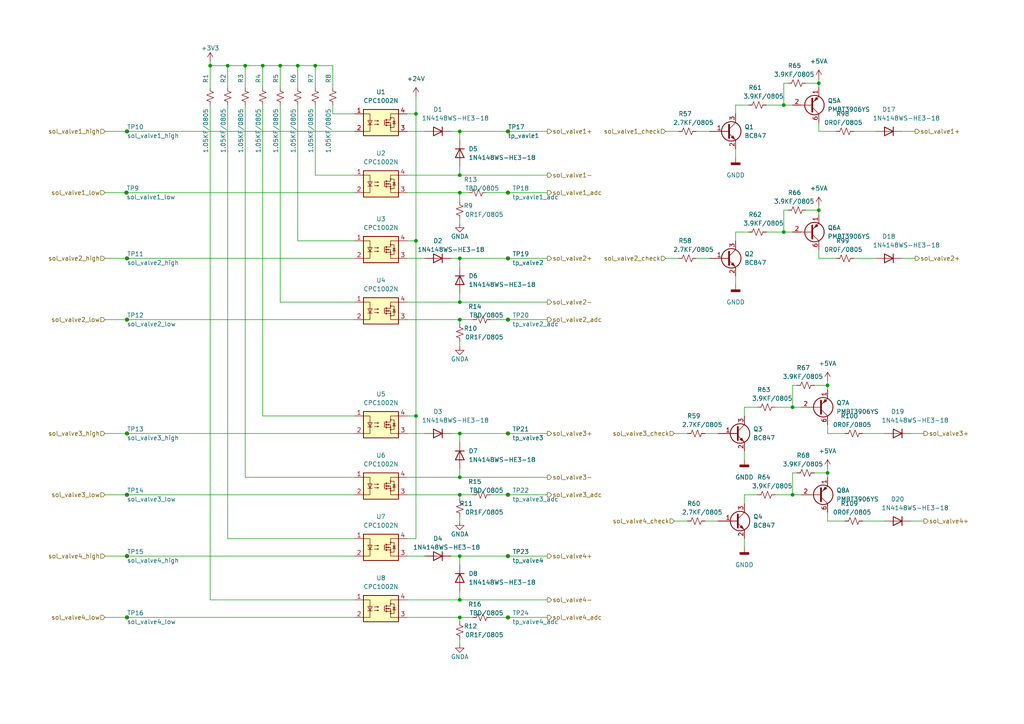
<source format=kicad_sch>
(kicad_sch (version 20211123) (generator eeschema)
  (paper "A4")
  (title_block (title "Valve_Drive_Circuit") (date "2022-07-12") (rev "rev03"))
  (lib_symbols
    (symbol "Connector:TestPoint_Small" (pin_numbers hide) (pin_names (offset 0.762) hide)
      (property "Reference" "TP" (at 0 3.81 0))
      (property "Value" "TestPoint_Small" (at 0 2.032 0))
      (symbol "TestPoint_Small_0_1"
        (circle (center 0 0) (radius 0.508))
      )
      (symbol "TestPoint_Small_1_1"
        (pin passive line (at 0 0 90) (length 0) (name "1") (number "1"))
      )
    )
    (symbol "Device:R_Small_US" (pin_numbers hide) (pin_names (offset 0.254) hide)
      (property "Reference" "R" (at 0.762 0.508 0))
      (property "Value" "R_Small_US" (at 0.762 -1.016 0))
      (symbol "R_Small_US_1_1"
        (polyline (pts (xy 0 0) (xy 1.016 -0.381) (xy 0 -0.762) (xy -1.016 -1.143) (xy 0 -1.524)))
        (polyline (pts (xy 0 1.524) (xy 1.016 1.143) (xy 0 0.762) (xy -1.016 0.381) (xy 0 0)))
        (pin passive line (at 0 2.54 270) (length 1.016) (name "~") (number "1"))
        (pin passive line (at 0 -2.54 90) (length 1.016) (name "~") (number "2"))
      )
    )
    (symbol "Diode:1N4148" (pin_numbers hide) (pin_names (offset 1.016) hide)
      (property "Reference" "D" (at 0 2.54 0))
      (property "Value" "1N4148" (at 0 -2.54 0))
      (symbol "1N4148_0_1"
        (polyline (pts (xy -1.27 1.27) (xy -1.27 -1.27)) (stroke (width 0.254)))
        (polyline (pts (xy 1.27 0) (xy -1.27 0)))
        (polyline (pts (xy 1.27 1.27) (xy 1.27 -1.27) (xy -1.27 0) (xy 1.27 1.27)) (stroke (width 0.254)))
      )
      (symbol "1N4148_1_1"
        (pin passive line (at -3.81 0 0) (length 2.54) (name "K") (number "1"))
        (pin passive line (at 3.81 0 180) (length 2.54) (name "A") (number "2"))
      )
    )
    (symbol "Relay_SolidState:CPC1002N"
      (property "Reference" "U" (at -5.08 5.08 0))
      (property "Value" "CPC1002N" (at 0 5.08 0))
      (symbol "CPC1002N_0_1"
        (rectangle (start -5.08 3.81) (end 5.08 -3.81) (stroke (width 0.254)) (fill (type background)))
        (polyline (pts (xy -3.81 -0.635) (xy -2.54 -0.635)))
        (polyline (pts (xy 1.016 0.762) (xy 1.016 -0.762)) (stroke (width 0.2032)))
        (polyline (pts (xy 1.524 -0.762) (xy 2.794 -0.762)))
        (polyline (pts (xy 3.429 0.381) (xy 4.191 0.381)))
        (polyline (pts (xy 1.524 -0.635) (xy 1.524 -0.889) (xy 1.524 -0.889)) (stroke (width 0.3556)))
        (polyline (pts (xy 1.524 0.127) (xy 1.524 -0.127) (xy 1.524 -0.127)) (stroke (width 0.3556)))
        (polyline (pts (xy 1.524 0.889) (xy 1.524 0.635) (xy 1.524 0.635)) (stroke (width 0.3556)))
        (polyline (pts (xy -5.08 2.54) (xy -3.175 2.54) (xy -3.175 -2.54) (xy -5.08 -2.54)))
        (polyline (pts (xy -3.175 -0.635) (xy -3.81 0.635) (xy -2.54 0.635) (xy -3.175 -0.635)))
        (polyline (pts (xy 1.524 0) (xy 2.794 0) (xy 2.794 -2.54) (xy 5.08 -2.54)))
        (polyline (pts (xy 1.524 0.762) (xy 2.794 0.762) (xy 2.794 2.54) (xy 5.08 2.54)))
        (polyline (pts (xy 1.778 0) (xy 2.286 0.127) (xy 2.286 -0.127) (xy 1.778 0)))
        (polyline (pts (xy 2.794 -1.397) (xy 3.81 -1.397) (xy 3.81 1.397) (xy 2.794 1.397)))
        (polyline (pts (xy 3.81 0.381) (xy 3.429 -0.381) (xy 4.191 -0.381) (xy 3.81 0.381)))
        (polyline (pts (xy -1.905 -0.508) (xy -0.635 -0.508) (xy -1.016 -0.635) (xy -1.016 -0.381) (xy -0.635 -0.508)))
        (polyline (pts (xy -1.905 0.508) (xy -0.635 0.508) (xy -1.016 0.381) (xy -1.016 0.635) (xy -0.635 0.508)))
        (circle (center 2.794 -1.397) (radius 0.127))
        (circle (center 2.794 -0.762) (radius 0.127))
        (circle (center 2.794 1.397) (radius 0.127))
      )
      (symbol "CPC1002N_1_1"
        (pin passive line (at -7.62 2.54 0) (length 2.54) (name "~") (number "1"))
        (pin passive line (at -7.62 -2.54 0) (length 2.54) (name "~") (number "2"))
        (pin passive line (at 7.62 -2.54 180) (length 2.54) (name "~") (number "3"))
        (pin passive line (at 7.62 2.54 180) (length 2.54) (name "~") (number "4"))
      )
    )
    (symbol "Transistor_BJT:BC847" (pin_names (offset 0) hide)
      (property "Reference" "Q" (at 5.08 1.905 0))
      (property "Value" "BC847" (at 5.08 0 0))
      (symbol "BC847_0_1"
        (polyline (pts (xy 0.635 0.635) (xy 2.54 2.54)))
        (polyline (pts (xy 0.635 -0.635) (xy 2.54 -2.54) (xy 2.54 -2.54)))
        (polyline (pts (xy 0.635 1.905) (xy 0.635 -1.905) (xy 0.635 -1.905)) (stroke (width 0.508)))
        (polyline (pts (xy 1.27 -1.778) (xy 1.778 -1.27) (xy 2.286 -2.286) (xy 1.27 -1.778) (xy 1.27 -1.778)) (fill (type outline)))
        (circle (center 1.27 0) (radius 2.8194) (stroke (width 0.254)))
      )
      (symbol "BC847_1_1"
        (pin input line (at -5.08 0 0) (length 5.715) (name "B") (number "1"))
        (pin passive line (at 2.54 -5.08 90) (length 2.54) (name "E") (number "2"))
        (pin passive line (at 2.54 5.08 270) (length 2.54) (name "C") (number "3"))
      )
    )
    (symbol "Transistor_BJT:PMBT3906YS" (pin_names (offset 0) hide)
      (property "Reference" "Q" (at 5.08 1.27 0))
      (property "Value" "PMBT3906YS" (at 5.08 -1.27 0))
      (symbol "PMBT3906YS_0_1"
        (polyline (pts (xy 0.635 0) (xy -2.54 0)))
        (polyline (pts (xy 0.635 0.635) (xy 2.54 2.54)))
        (polyline (pts (xy 0.635 -0.635) (xy 2.54 -2.54) (xy 2.54 -2.54)))
        (polyline (pts (xy 0.635 1.905) (xy 0.635 -1.905) (xy 0.635 -1.905)) (stroke (width 0.508)))
        (polyline (pts (xy 2.286 -1.778) (xy 1.778 -2.286) (xy 1.27 -1.27) (xy 2.286 -1.778) (xy 2.286 -1.778)) (fill (type outline)))
        (circle (center 1.27 0) (radius 2.8194) (stroke (width 0.254)))
      )
      (symbol "PMBT3906YS_1_1"
        (pin passive line (at 2.54 -5.08 90) (length 2.54) (name "E1") (number "1"))
        (pin input line (at -5.08 0 0) (length 2.54) (name "B1") (number "2"))
        (pin passive line (at 2.54 5.08 270) (length 2.54) (name "C1") (number "6"))
      )
      (symbol "PMBT3906YS_2_1"
        (pin passive line (at 2.54 5.08 270) (length 2.54) (name "C2") (number "3"))
        (pin passive line (at 2.54 -5.08 90) (length 2.54) (name "E2") (number "4"))
        (pin input line (at -5.08 0 0) (length 2.54) (name "B2") (number "5"))
      )
    )
    (symbol "power:+24V" (power) (pin_names (offset 0))
      (property "Value" "+24V" (at 0 3.556 0))
      (symbol "+24V_0_1"
        (polyline (pts (xy -0.762 1.27) (xy 0 2.54)))
        (polyline (pts (xy 0 0) (xy 0 2.54)))
        (polyline (pts (xy 0 2.54) (xy 0.762 1.27)))
      )
      (symbol "+24V_1_1"
        (pin power_in line (at 0 0 90) (length 0) hide (name "+24V") (number "1"))
      )
    )
    (symbol "power:+3V3" (power) (pin_names (offset 0))
      (property "Value" "+3V3" (at 0 3.556 0))
      (symbol "+3V3_0_1"
        (polyline (pts (xy -0.762 1.27) (xy 0 2.54)))
        (polyline (pts (xy 0 0) (xy 0 2.54)))
        (polyline (pts (xy 0 2.54) (xy 0.762 1.27)))
      )
      (symbol "+3V3_1_1"
        (pin power_in line (at 0 0 90) (length 0) hide (name "+3V3") (number "1"))
      )
    )
    (symbol "power:+5VA" (power) (pin_names (offset 0))
      (property "Value" "+5VA" (at 0 3.556 0))
      (symbol "+5VA_0_1"
        (polyline (pts (xy -0.762 1.27) (xy 0 2.54)))
        (polyline (pts (xy 0 0) (xy 0 2.54)))
        (polyline (pts (xy 0 2.54) (xy 0.762 1.27)))
      )
      (symbol "+5VA_1_1"
        (pin power_in line (at 0 0 90) (length 0) hide (name "+5VA") (number "1"))
      )
    )
    (symbol "power:GNDA" (power) (pin_names (offset 0))
      (property "Value" "GNDA" (at 0 -3.81 0))
      (symbol "GNDA_0_1"
        (polyline (pts (xy 0 0) (xy 0 -1.27) (xy 1.27 -1.27) (xy 0 -2.54) (xy -1.27 -1.27) (xy 0 -1.27)))
      )
      (symbol "GNDA_1_1"
        (pin power_in line (at 0 0 270) (length 0) hide (name "GNDA") (number "1"))
      )
    )
    (symbol "power:GNDD" (power) (pin_names (offset 0))
      (property "Value" "GNDD" (at 0 -3.175 0))
      (symbol "GNDD_0_1"
        (rectangle (start -1.27 -1.524) (end 1.27 -2.032) (stroke (width 0.254)) (fill (type outline)))
        (polyline (pts (xy 0 0) (xy 0 -1.524)))
      )
      (symbol "GNDD_1_1"
        (pin power_in line (at 0 0 270) (length 0) hide (name "GNDD") (number "1"))
      )
    )
  )
  (junction (at 133.35 125.73))
  (junction (at 133.35 92.71))
  (junction (at 147.32 143.51))
  (junction (at 147.32 125.73))
  (junction (at 133.35 50.8))
  (junction (at 36.83 179.07))
  (junction (at 237.49 60.96))
  (junction (at 227.33 67.31))
  (junction (at 147.32 161.29))
  (junction (at 229.87 143.51))
  (junction (at 81.28 19.05))
  (junction (at 60.96 19.05))
  (junction (at 71.12 19.05))
  (junction (at 237.49 24.13))
  (junction (at 147.32 92.71))
  (junction (at 120.65 69.85))
  (junction (at 133.35 138.43))
  (junction (at 36.83 125.73))
  (junction (at 240.03 111.76))
  (junction (at 36.83 92.71))
  (junction (at 133.35 173.99))
  (junction (at 120.65 120.65))
  (junction (at 66.04 19.05))
  (junction (at 36.83 74.93))
  (junction (at 229.87 118.11))
  (junction (at 147.32 55.88))
  (junction (at 36.83 38.1))
  (junction (at 133.35 143.51))
  (junction (at 120.65 33.02))
  (junction (at 86.36 19.05))
  (junction (at 36.83 143.51))
  (junction (at 133.35 55.88))
  (junction (at 240.03 137.16))
  (junction (at 133.35 161.29))
  (junction (at 133.35 38.1))
  (junction (at 133.35 179.07))
  (junction (at 133.35 74.93))
  (junction (at 147.32 38.1))
  (junction (at 147.32 179.07))
  (junction (at 36.83 161.29))
  (junction (at 227.33 30.48))
  (junction (at 36.6683 55.88))
  (junction (at 91.44 19.05))
  (junction (at 76.2 19.05))
  (junction (at 147.32 74.93))
  (junction (at 133.35 87.63))
  (wire (pts (xy 118.11 138.43) (xy 133.35 138.43)))
  (wire (pts (xy 213.36 30.48) (xy 217.17 30.48)))
  (wire (pts (xy 133.35 143.51) (xy 137.16 143.51)))
  (wire (pts (xy 36.6683 55.88) (xy 102.87 55.88)))
  (wire (pts (xy 222.25 67.31) (xy 227.33 67.31)))
  (wire (pts (xy 96.52 30.48) (xy 96.52 33.02)))
  (wire (pts (xy 215.9 143.51) (xy 215.9 146.05)))
  (wire (pts (xy 60.96 19.05) (xy 60.96 25.4)))
  (wire (pts (xy 118.11 55.88) (xy 133.35 55.88)))
  (wire (pts (xy 215.9 143.51) (xy 219.71 143.51)))
  (wire (pts (xy 264.16 125.73) (xy 267.97 125.73)))
  (wire (pts (xy 76.2 120.65) (xy 102.87 120.65)))
  (wire (pts (xy 231.14 111.76) (xy 229.87 111.76)))
  (wire (pts (xy 233.68 24.13) (xy 237.49 24.13)))
  (wire (pts (xy 229.87 118.11) (xy 232.41 118.11)))
  (wire (pts (xy 227.33 30.48) (xy 229.87 30.48)))
  (wire (pts (xy 133.35 55.88) (xy 133.35 58.42)))
  (wire (pts (xy 147.32 125.73) (xy 158.75 125.73)))
  (wire (pts (xy 193.04 38.1) (xy 196.85 38.1)))
  (wire (pts (xy 195.58 151.13) (xy 199.39 151.13)))
  (wire (pts (xy 147.32 92.71) (xy 158.75 92.71)))
  (wire (pts (xy 261.62 38.1) (xy 265.43 38.1)))
  (wire (pts (xy 130.81 125.73) (xy 133.35 125.73)))
  (wire (pts (xy 118.11 125.73) (xy 123.19 125.73)))
  (wire (pts (xy 147.32 55.88) (xy 158.75 55.88)))
  (wire (pts (xy 133.35 144.78) (xy 133.35 143.51)))
  (wire (pts (xy 240.03 111.76) (xy 240.03 113.03)))
  (wire (pts (xy 76.2 19.05) (xy 76.2 25.4)))
  (wire (pts (xy 133.35 85.09) (xy 133.35 87.63)))
  (wire (pts (xy 201.93 38.1) (xy 205.74 38.1)))
  (wire (pts (xy 91.44 50.8) (xy 102.87 50.8)))
  (wire (pts (xy 204.47 125.73) (xy 208.28 125.73)))
  (wire (pts (xy 130.81 74.93) (xy 133.35 74.93)))
  (wire (pts (xy 215.9 130.81) (xy 215.9 133.35)))
  (wire (pts (xy 237.49 72.39) (xy 237.49 74.93)))
  (wire (pts (xy 227.33 67.31) (xy 229.87 67.31)))
  (wire (pts (xy 250.19 125.73) (xy 256.54 125.73)))
  (wire (pts (xy 215.9 118.11) (xy 215.9 120.65)))
  (wire (pts (xy 81.28 19.05) (xy 86.36 19.05)))
  (wire (pts (xy 240.03 123.19) (xy 240.03 125.73)))
  (wire (pts (xy 236.22 137.16) (xy 240.03 137.16)))
  (wire (pts (xy 147.32 161.29) (xy 158.75 161.29)))
  (wire (pts (xy 76.2 19.05) (xy 81.28 19.05)))
  (wire (pts (xy 118.11 161.29) (xy 123.19 161.29)))
  (wire (pts (xy 247.65 38.1) (xy 254 38.1)))
  (wire (pts (xy 30.48 179.07) (xy 36.83 179.07)))
  (wire (pts (xy 240.03 135.89) (xy 240.03 137.16)))
  (wire (pts (xy 147.32 38.1) (xy 158.75 38.1)))
  (wire (pts (xy 120.65 120.65) (xy 120.65 156.21)))
  (wire (pts (xy 133.35 173.99) (xy 158.75 173.99)))
  (wire (pts (xy 36.83 92.71) (xy 102.87 92.71)))
  (wire (pts (xy 195.58 125.73) (xy 199.39 125.73)))
  (wire (pts (xy 120.65 33.02) (xy 118.11 33.02)))
  (wire (pts (xy 96.52 33.02) (xy 102.87 33.02)))
  (wire (pts (xy 36.83 161.29) (xy 102.87 161.29)))
  (wire (pts (xy 86.36 30.48) (xy 86.36 69.85)))
  (wire (pts (xy 130.81 38.1) (xy 133.35 38.1)))
  (wire (pts (xy 133.35 63.5) (xy 133.35 64.77)))
  (wire (pts (xy 215.9 118.11) (xy 219.71 118.11)))
  (wire (pts (xy 30.48 143.51) (xy 36.83 143.51)))
  (wire (pts (xy 118.11 74.93) (xy 123.19 74.93)))
  (wire (pts (xy 133.35 74.93) (xy 133.35 77.47)))
  (wire (pts (xy 133.35 161.29) (xy 147.32 161.29)))
  (wire (pts (xy 133.35 138.43) (xy 158.75 138.43)))
  (wire (pts (xy 66.04 30.48) (xy 66.04 156.21)))
  (wire (pts (xy 229.87 111.76) (xy 229.87 118.11)))
  (wire (pts (xy 240.03 110.49) (xy 240.03 111.76)))
  (wire (pts (xy 240.03 137.16) (xy 240.03 138.43)))
  (wire (pts (xy 133.35 50.8) (xy 158.75 50.8)))
  (wire (pts (xy 193.04 74.93) (xy 196.85 74.93)))
  (wire (pts (xy 36.83 38.1) (xy 102.87 38.1)))
  (wire (pts (xy 222.25 30.48) (xy 227.33 30.48)))
  (wire (pts (xy 133.35 135.89) (xy 133.35 138.43)))
  (wire (pts (xy 66.04 19.05) (xy 66.04 25.4)))
  (wire (pts (xy 261.62 74.93) (xy 265.43 74.93)))
  (wire (pts (xy 147.32 74.93) (xy 158.75 74.93)))
  (wire (pts (xy 91.44 19.05) (xy 91.44 25.4)))
  (wire (pts (xy 120.65 27.94) (xy 120.65 33.02)))
  (wire (pts (xy 130.81 161.29) (xy 133.35 161.29)))
  (wire (pts (xy 118.11 156.21) (xy 120.65 156.21)))
  (wire (pts (xy 133.35 99.06) (xy 133.35 100.33)))
  (wire (pts (xy 213.36 67.31) (xy 213.36 69.85)))
  (wire (pts (xy 60.96 17.78) (xy 60.96 19.05)))
  (wire (pts (xy 76.2 30.48) (xy 76.2 120.65)))
  (wire (pts (xy 71.12 19.05) (xy 76.2 19.05)))
  (wire (pts (xy 30.48 125.73) (xy 36.83 125.73)))
  (wire (pts (xy 60.96 19.05) (xy 66.04 19.05)))
  (wire (pts (xy 237.49 74.93) (xy 242.57 74.93)))
  (wire (pts (xy 133.35 171.45) (xy 133.35 173.99)))
  (wire (pts (xy 71.12 19.05) (xy 71.12 25.4)))
  (wire (pts (xy 133.35 38.1) (xy 147.32 38.1)))
  (wire (pts (xy 118.11 50.8) (xy 133.35 50.8)))
  (wire (pts (xy 66.04 156.21) (xy 102.87 156.21)))
  (wire (pts (xy 240.03 148.59) (xy 240.03 151.13)))
  (wire (pts (xy 86.36 19.05) (xy 86.36 25.4)))
  (wire (pts (xy 142.24 179.07) (xy 147.32 179.07)))
  (wire (pts (xy 142.24 92.71) (xy 147.32 92.71)))
  (wire (pts (xy 118.11 92.71) (xy 133.35 92.71)))
  (wire (pts (xy 237.49 38.1) (xy 242.57 38.1)))
  (wire (pts (xy 237.49 59.69) (xy 237.49 60.96)))
  (wire (pts (xy 60.96 30.48) (xy 60.96 173.99)))
  (wire (pts (xy 81.28 19.05) (xy 81.28 25.4)))
  (wire (pts (xy 118.11 179.07) (xy 133.35 179.07)))
  (wire (pts (xy 215.9 156.21) (xy 215.9 158.75)))
  (wire (pts (xy 36.83 143.51) (xy 102.87 143.51)))
  (wire (pts (xy 133.35 149.86) (xy 133.35 151.13)))
  (wire (pts (xy 228.6 60.96) (xy 227.33 60.96)))
  (wire (pts (xy 201.93 74.93) (xy 205.74 74.93)))
  (wire (pts (xy 237.49 24.13) (xy 237.49 25.4)))
  (wire (pts (xy 36.83 125.73) (xy 102.87 125.73)))
  (wire (pts (xy 118.11 143.51) (xy 133.35 143.51)))
  (wire (pts (xy 213.36 67.31) (xy 217.17 67.31)))
  (wire (pts (xy 213.36 43.18) (xy 213.36 45.72)))
  (wire (pts (xy 147.32 179.07) (xy 158.75 179.07)))
  (wire (pts (xy 71.12 138.43) (xy 102.87 138.43)))
  (wire (pts (xy 133.35 179.07) (xy 137.16 179.07)))
  (wire (pts (xy 81.28 87.63) (xy 102.87 87.63)))
  (wire (pts (xy 133.35 55.88) (xy 135.89 55.88)))
  (wire (pts (xy 86.36 69.85) (xy 102.87 69.85)))
  (wire (pts (xy 66.04 19.05) (xy 71.12 19.05)))
  (wire (pts (xy 133.35 92.71) (xy 137.16 92.71)))
  (wire (pts (xy 133.35 93.98) (xy 133.35 92.71)))
  (wire (pts (xy 96.52 19.05) (xy 96.52 25.4)))
  (wire (pts (xy 133.35 185.42) (xy 133.35 186.69)))
  (wire (pts (xy 91.44 19.05) (xy 96.52 19.05)))
  (wire (pts (xy 142.24 143.51) (xy 147.32 143.51)))
  (wire (pts (xy 36.83 74.93) (xy 102.87 74.93)))
  (wire (pts (xy 81.28 30.48) (xy 81.28 87.63)))
  (wire (pts (xy 224.79 118.11) (xy 229.87 118.11)))
  (wire (pts (xy 30.48 92.71) (xy 36.83 92.71)))
  (wire (pts (xy 213.36 80.01) (xy 213.36 82.55)))
  (wire (pts (xy 133.35 180.34) (xy 133.35 179.07)))
  (wire (pts (xy 229.87 137.16) (xy 229.87 143.51)))
  (wire (pts (xy 247.65 74.93) (xy 254 74.93)))
  (wire (pts (xy 237.49 22.86) (xy 237.49 24.13)))
  (wire (pts (xy 91.44 30.48) (xy 91.44 50.8)))
  (wire (pts (xy 71.12 30.48) (xy 71.12 138.43)))
  (wire (pts (xy 133.35 161.29) (xy 133.35 163.83)))
  (wire (pts (xy 133.35 38.1) (xy 133.35 40.64)))
  (wire (pts (xy 30.48 161.29) (xy 36.83 161.29)))
  (wire (pts (xy 30.48 38.1) (xy 36.83 38.1)))
  (wire (pts (xy 120.65 33.02) (xy 120.65 69.85)))
  (wire (pts (xy 213.36 30.48) (xy 213.36 33.02)))
  (wire (pts (xy 237.49 60.96) (xy 237.49 62.23)))
  (wire (pts (xy 204.47 151.13) (xy 208.28 151.13)))
  (wire (pts (xy 30.48 55.88) (xy 36.6683 55.88)))
  (wire (pts (xy 240.03 151.13) (xy 245.11 151.13)))
  (wire (pts (xy 147.32 143.51) (xy 158.75 143.51)))
  (wire (pts (xy 236.22 111.76) (xy 240.03 111.76)))
  (wire (pts (xy 233.68 60.96) (xy 237.49 60.96)))
  (wire (pts (xy 133.35 125.73) (xy 147.32 125.73)))
  (wire (pts (xy 228.6 24.13) (xy 227.33 24.13)))
  (wire (pts (xy 264.16 151.13) (xy 267.97 151.13)))
  (wire (pts (xy 224.79 143.51) (xy 229.87 143.51)))
  (wire (pts (xy 240.03 125.73) (xy 245.11 125.73)))
  (wire (pts (xy 120.65 69.85) (xy 120.65 120.65)))
  (wire (pts (xy 30.48 74.93) (xy 36.83 74.93)))
  (wire (pts (xy 60.96 173.99) (xy 102.87 173.99)))
  (wire (pts (xy 36.83 179.07) (xy 102.87 179.07)))
  (wire (pts (xy 133.35 87.63) (xy 158.75 87.63)))
  (wire (pts (xy 118.11 69.85) (xy 120.65 69.85)))
  (wire (pts (xy 227.33 60.96) (xy 227.33 67.31)))
  (wire (pts (xy 118.11 173.99) (xy 133.35 173.99)))
  (wire (pts (xy 133.35 125.73) (xy 133.35 128.27)))
  (wire (pts (xy 237.49 35.56) (xy 237.49 38.1)))
  (wire (pts (xy 118.11 120.65) (xy 120.65 120.65)))
  (wire (pts (xy 140.97 55.88) (xy 147.32 55.88)))
  (wire (pts (xy 133.35 48.26) (xy 133.35 50.8)))
  (wire (pts (xy 118.11 38.1) (xy 123.19 38.1)))
  (wire (pts (xy 231.14 137.16) (xy 229.87 137.16)))
  (wire (pts (xy 250.19 151.13) (xy 256.54 151.13)))
  (wire (pts (xy 133.35 74.93) (xy 147.32 74.93)))
  (wire (pts (xy 86.36 19.05) (xy 91.44 19.05)))
  (wire (pts (xy 118.11 87.63) (xy 133.35 87.63)))
  (wire (pts (xy 229.87 143.51) (xy 232.41 143.51)))
  (wire (pts (xy 227.33 24.13) (xy 227.33 30.48)))
  (text "* Log\n1. SOLENOID VALVE\n(1) Current : 64.39mA ~ 83.33mA(normal : 70.83mA)\n(2) Voltage : 20.4V ~ 26.4V(normal : 24VDC)\n(3) Resistance : 330ohm(measured value)\n\n2. CPC1002N\n(1) R(on) : 0.55ohm\n(2) Load Current : 700mA\n(3) Load Voltage : 60V\n(4) VF : 0.9V ~ 1.4V\n(5) IF : 0.58mA ~ 2mA\n\n3. D1~D4\n(1) VF : 1V ~ 1.2V(1.1V)" (at 300.99 38.1 0) (effects (font (size 1.27 1.27)) (justify left bottom)))
  (hierarchical_label "sol_valve4+" (shape output) (at 267.97 151.13 0))
  (hierarchical_label "sol_valve4_low" (shape input) (at 30.48 179.07 180))
  (hierarchical_label "sol_valve1_check" (shape input) (at 193.04 38.1 180))
  (hierarchical_label "sol_valve2_check" (shape input) (at 193.04 74.93 180))
  (hierarchical_label "sol_valve4_adc" (shape output) (at 158.75 179.07 0))
  (hierarchical_label "sol_valve3+" (shape output) (at 158.75 125.73 0))
  (hierarchical_label "sol_valve3_low" (shape input) (at 30.48 143.51 180))
  (hierarchical_label "sol_valve2+" (shape output) (at 158.75 74.93 0))
  (hierarchical_label "sol_valve3_high" (shape input) (at 30.48 125.73 180))
  (hierarchical_label "sol_valve1_adc" (shape output) (at 158.75 55.88 0))
  (hierarchical_label "sol_valve3-" (shape output) (at 158.75 138.43 0))
  (hierarchical_label "sol_valve1_high" (shape input) (at 30.48 38.1 180))
  (hierarchical_label "sol_valve3_adc" (shape output) (at 158.75 143.51 0))
  (hierarchical_label "sol_valve3_check" (shape input) (at 195.58 125.73 180))
  (hierarchical_label "sol_valve3+" (shape output) (at 267.97 125.73 0))
  (hierarchical_label "sol_valve1-" (shape output) (at 158.75 50.8 0))
  (hierarchical_label "sol_valve2+" (shape output) (at 265.43 74.93 0))
  (hierarchical_label "sol_valve1_low" (shape input) (at 30.48 55.88 180))
  (hierarchical_label "sol_valve4_check" (shape input) (at 195.58 151.13 180))
  (hierarchical_label "sol_valve2_adc" (shape output) (at 158.75 92.71 0))
  (hierarchical_label "sol_valve1+" (shape output) (at 158.75 38.1 0))
  (hierarchical_label "sol_valve2_high" (shape input) (at 30.48 74.93 180))
  (hierarchical_label "sol_valve2_low" (shape input) (at 30.48 92.71 180))
  (hierarchical_label "sol_valve1+" (shape output) (at 265.43 38.1 0))
  (hierarchical_label "sol_valve4-" (shape output) (at 158.75 173.99 0))
  (hierarchical_label "sol_valve4_high" (shape input) (at 30.48 161.29 180))
  (hierarchical_label "sol_valve4+" (shape output) (at 158.75 161.29 0))
  (hierarchical_label "sol_valve2-" (shape output) (at 158.75 87.63 0))
  (symbol (lib_id "power:GNDA") (at 133.35 151.13 0) (unit 1)
    (property "Reference" "#PWR015" (effects hide))
    (property "Value" "GNDA" (at 133.35 154.94 0))
  )
  (symbol (lib_id "Connector:TestPoint_Small") (at 147.32 143.51 0) (unit 1)
    (property "Reference" "TP22" (at 148.59 142.2399 0) (effects (justify left)))
    (property "Value" "tp_valve3_adc" (at 148.59 144.7799 0) (effects (justify left)))
    (property "Footprint" "TestPoint:TestPoint_Pad_D2.5mm" (effects hide))
  )
  (symbol (lib_id "Diode:1N4148") (at 133.35 167.64 270) (unit 1)
    (property "Reference" "D8" (at 135.89 166.3699 90) (effects (justify left)))
    (property "Value" "1N4148WS-HE3-18" (at 135.89 168.9099 90) (effects (justify left)))
    (property "Footprint" "Diode_THT:D_DO-35_SOD27_P7.62mm_Horizontal" (effects hide))
    (property "Datasheet" "https://assets.nexperia.com/documents/data-sheet/1N4148_1N4448.pdf" (effects hide))
  )
  (symbol (lib_id "Diode:1N4148") (at 133.35 81.28 270) (unit 1)
    (property "Reference" "D6" (at 135.89 80.0099 90) (effects (justify left)))
    (property "Value" "1N4148WS-HE3-18" (at 135.89 82.5499 90) (effects (justify left)))
    (property "Footprint" "Diode_THT:D_DO-35_SOD27_P7.62mm_Horizontal" (effects hide))
    (property "Datasheet" "https://assets.nexperia.com/documents/data-sheet/1N4148_1N4448.pdf" (effects hide))
  )
  (symbol (lib_id "Diode:1N4148") (at 133.35 44.45 270) (unit 1)
    (property "Reference" "D5" (at 135.89 43.1799 90) (effects (justify left)))
    (property "Value" "1N4148WS-HE3-18" (at 135.89 45.7199 90) (effects (justify left)))
    (property "Footprint" "Diode_THT:D_DO-35_SOD27_P7.62mm_Horizontal" (effects hide))
    (property "Datasheet" "https://assets.nexperia.com/documents/data-sheet/1N4148_1N4448.pdf" (effects hide))
  )
  (symbol (lib_id "Diode:1N4148") (at 127 74.93 180) (unit 1)
    (property "Reference" "D2" (at 127 69.85 0))
    (property "Value" "1N4148WS-HE3-18" (at 130.81 72.39 0))
    (property "Footprint" "Diode_THT:D_DO-35_SOD27_P7.62mm_Horizontal" (effects hide))
    (property "Datasheet" "https://assets.nexperia.com/documents/data-sheet/1N4148_1N4448.pdf" (effects hide))
  )
  (symbol (lib_id "Relay_SolidState:CPC1002N") (at 110.49 35.56 0) (unit 1)
    (property "Reference" "U1" (at 110.49 26.67 0))
    (property "Value" "CPC1002N" (at 110.49 29.21 0))
    (property "Footprint" "Package_SO:SOP-4_3.8x4.1mm_P2.54mm" (effects hide))
    (property "Datasheet" "http://www.ixysic.com/home/pdfs.nsf/www/CPC1002N.pdf/$file/CPC1002N.pdf" (effects hide))
  )
  (symbol (lib_id "Connector:TestPoint_Small") (at 36.83 143.51 0) (unit 1)
    (property "Reference" "TP14" (at 36.83 142.24 0) (effects (justify left)))
    (property "Value" "sol_valve3_low" (at 36.83 144.78 0) (effects (justify left)))
    (property "Reference" "TP?" (effects hide))
    (property "Value" "tp_vavle1" (effects hide))
    (property "Footprint" "TestPoint:TestPoint_Pad_D2.5mm" (effects hide))
  )
  (symbol (lib_id "Device:R_Small_US") (at 133.35 182.88 0) (unit 1)
    (property "Reference" "R12" (at 138.43 181.61 0) (effects (justify right)))
    (property "Value" "0R1F/0805" (at 146.05 184.15 0) (effects (justify right)))
    (property "P/N" "LR2512-22R010F4" (effects hide))
  )
  (symbol (lib_id "Diode:1N4148") (at 127 125.73 180) (unit 1)
    (property "Reference" "D3" (at 127 119.38 0))
    (property "Value" "1N4148WS-HE3-18" (at 132.08 121.92 0))
    (property "Footprint" "Diode_THT:D_DO-35_SOD27_P7.62mm_Horizontal" (effects hide))
    (property "Datasheet" "https://assets.nexperia.com/documents/data-sheet/1N4148_1N4448.pdf" (effects hide))
  )
  (symbol (lib_id "Diode:1N4148") (at 133.35 132.08 270) (unit 1)
    (property "Reference" "D7" (at 135.89 130.8099 90) (effects (justify left)))
    (property "Value" "1N4148WS-HE3-18" (at 135.89 133.3499 90) (effects (justify left)))
    (property "Footprint" "Diode_THT:D_DO-35_SOD27_P7.62mm_Horizontal" (effects hide))
    (property "Datasheet" "https://assets.nexperia.com/documents/data-sheet/1N4148_1N4448.pdf" (effects hide))
  )
  (symbol (lib_id "Device:R_Small_US") (at 139.7 179.07 270) (unit 1)
    (property "Reference" "R16" (at 139.7 175.26 90) (effects (justify right)))
    (property "Value" "TBD/0805" (at 146.05 177.8 90) (effects (justify right)))
  )
  (symbol (lib_id "power:GNDD") (at 213.36 45.72 0) (unit 1)
    (property "Reference" "#PWR017" (effects hide))
    (property "Value" "GNDD" (at 213.36 50.8 0))
  )
  (symbol (lib_id "power:GNDD") (at 213.36 82.55 0) (unit 1)
    (property "Reference" "#PWR018" (effects hide))
    (property "Value" "GNDD" (at 213.36 87.63 0))
  )
  (symbol (lib_id "power:+3V3") (at 60.96 17.78 0) (unit 1)
    (property "Reference" "#PWR011" (effects hide))
    (property "Value" "+3V3" (at 60.96 13.97 0))
  )
  (symbol (lib_id "Device:R_Small_US") (at 222.25 118.11 270) (unit 1)
    (property "Reference" "R63" (at 223.52 113.03 90) (effects (justify right)))
    (property "Value" "3.9KF/0805" (at 229.87 115.57 90) (effects (justify right)))
  )
  (symbol (lib_id "Transistor_BJT:BC847") (at 210.82 74.93 0) (unit 1)
    (property "Reference" "Q2" (at 215.9 73.6599 0) (effects (justify left)))
    (property "Value" "BC847" (at 215.9 76.1999 0) (effects (justify left)))
    (property "Footprint" "Package_TO_SOT_SMD:SOT-23" (effects hide))
    (property "Datasheet" "http://www.infineon.com/dgdl/Infineon-BC847SERIES_BC848SERIES_BC849SERIES_BC850SERIES-DS-v01_01-en.pdf?fileId=db3a304314dca389011541d4630a1657" (effects hide))
  )
  (symbol (lib_id "Connector:TestPoint_Small") (at 36.83 179.07 0) (unit 1)
    (property "Reference" "TP16" (at 36.83 177.8 0) (effects (justify left)))
    (property "Value" "sol_valve4_low" (at 36.83 180.34 0) (effects (justify left)))
    (property "Reference" "TP?" (effects hide))
    (property "Value" "tp_vavle1" (effects hide))
    (property "Footprint" "TestPoint:TestPoint_Pad_D2.5mm" (effects hide))
  )
  (symbol (lib_id "Transistor_BJT:BC847") (at 213.36 125.73 0) (unit 1)
    (property "Reference" "Q3" (at 218.44 124.4599 0) (effects (justify left)))
    (property "Value" "BC847" (at 218.44 126.9999 0) (effects (justify left)))
    (property "Footprint" "Package_TO_SOT_SMD:SOT-23" (effects hide))
    (property "Datasheet" "http://www.infineon.com/dgdl/Infineon-BC847SERIES_BC848SERIES_BC849SERIES_BC850SERIES-DS-v01_01-en.pdf?fileId=db3a304314dca389011541d4630a1657" (effects hide))
  )
  (symbol (lib_id "power:GNDA") (at 133.35 64.77 0) (unit 1)
    (property "Reference" "#PWR013" (effects hide))
    (property "Value" "GNDA" (at 133.35 68.58 0))
  )
  (symbol (lib_id "power:GNDD") (at 215.9 133.35 0) (unit 1)
    (property "Reference" "#PWR019" (effects hide))
    (property "Value" "GNDD" (at 215.9 138.43 0))
  )
  (symbol (lib_id "Device:R_Small_US") (at 245.11 38.1 270) (unit 1)
    (property "Reference" "R98" (at 246.38 33.02 90) (effects (justify right)))
    (property "Value" "0R0F/0805" (at 250.19 35.56 90) (effects (justify right)))
  )
  (symbol (lib_id "Device:R_Small_US") (at 81.28 27.94 180) (unit 1)
    (property "Reference" "R5" (at 80.01 24.13 90) (effects (justify right)))
    (property "Value" "1.05KF/0805" (at 80.01 44.45 90) (effects (justify right)))
  )
  (symbol (lib_id "Device:R_Small_US") (at 247.65 125.73 270) (unit 1)
    (property "Reference" "R100" (at 248.92 120.65 90) (effects (justify right)))
    (property "Value" "0R0F/0805" (at 252.73 123.19 90) (effects (justify right)))
  )
  (symbol (lib_id "Device:R_Small_US") (at 233.68 137.16 270) (unit 1)
    (property "Reference" "R68" (at 234.95 132.08 90) (effects (justify right)))
    (property "Value" "3.9KF/0805" (at 238.76 134.62 90) (effects (justify right)))
  )
  (symbol (lib_id "Relay_SolidState:CPC1002N") (at 110.49 53.34 0) (unit 1)
    (property "Reference" "U2" (at 110.49 44.45 0))
    (property "Value" "CPC1002N" (at 110.49 46.99 0))
    (property "Footprint" "Package_SO:SOP-4_3.8x4.1mm_P2.54mm" (effects hide))
    (property "Datasheet" "http://www.ixysic.com/home/pdfs.nsf/www/CPC1002N.pdf/$file/CPC1002N.pdf" (effects hide))
  )
  (symbol (lib_id "Diode:1N4148") (at 260.35 151.13 180) (unit 1)
    (property "Reference" "D20" (at 260.35 144.78 0))
    (property "Value" "1N4148WS-HE3-18" (at 265.43 147.32 0))
    (property "Footprint" "Diode_THT:D_DO-35_SOD27_P7.62mm_Horizontal" (effects hide))
    (property "Datasheet" "https://assets.nexperia.com/documents/data-sheet/1N4148_1N4448.pdf" (effects hide))
  )
  (symbol (lib_id "Transistor_BJT:BC847") (at 210.82 38.1 0) (unit 1)
    (property "Reference" "Q1" (at 215.9 36.8299 0) (effects (justify left)))
    (property "Value" "BC847" (at 215.9 39.3699 0) (effects (justify left)))
    (property "Reference" "Q1" (effects hide))
    (property "Value" "BC847" (effects hide))
  )
  (symbol (lib_id "power:GNDA") (at 133.35 100.33 0) (unit 1)
    (property "Reference" "#PWR014" (effects hide))
    (property "Value" "GNDA" (at 133.35 104.14 0))
  )
  (symbol (lib_id "power:GNDD") (at 215.9 158.75 0) (unit 1)
    (property "Reference" "#PWR020" (effects hide))
    (property "Value" "GNDD" (at 215.9 163.83 0))
  )
  (symbol (lib_id "Diode:1N4148") (at 257.81 74.93 180) (unit 1)
    (property "Reference" "D18" (at 257.81 68.58 0))
    (property "Value" "1N4148WS-HE3-18" (at 262.89 71.12 0))
    (property "Footprint" "Diode_THT:D_DO-35_SOD27_P7.62mm_Horizontal" (effects hide))
    (property "Datasheet" "https://assets.nexperia.com/documents/data-sheet/1N4148_1N4448.pdf" (effects hide))
  )
  (symbol (lib_id "power:+5VA") (at 240.03 110.49 0) (unit 1)
    (property "Reference" "#PWR034" (effects hide))
    (property "Value" "+5VA" (at 240.03 105.41 0))
  )
  (symbol (lib_id "Relay_SolidState:CPC1002N") (at 110.49 90.17 0) (unit 1)
    (property "Reference" "U4" (at 110.49 81.28 0))
    (property "Value" "CPC1002N" (at 110.49 83.82 0))
    (property "Footprint" "Package_SO:SOP-4_3.8x4.1mm_P2.54mm" (effects hide))
    (property "Datasheet" "http://www.ixysic.com/home/pdfs.nsf/www/CPC1002N.pdf/$file/CPC1002N.pdf" (effects hide))
  )
  (symbol (lib_id "Device:R_Small_US") (at 96.52 27.94 180) (unit 1)
    (property "Reference" "R8" (at 95.25 24.13 90) (effects (justify right)))
    (property "Value" "1.05KF/0805" (at 95.25 44.45 90) (effects (justify right)))
  )
  (symbol (lib_id "Diode:1N4148") (at 260.35 125.73 180) (unit 1)
    (property "Reference" "D19" (at 260.35 119.38 0))
    (property "Value" "1N4148WS-HE3-18" (at 265.43 121.92 0))
    (property "Footprint" "Diode_THT:D_DO-35_SOD27_P7.62mm_Horizontal" (effects hide))
    (property "Datasheet" "https://assets.nexperia.com/documents/data-sheet/1N4148_1N4448.pdf" (effects hide))
  )
  (symbol (lib_id "power:GNDA") (at 133.35 186.69 0) (unit 1)
    (property "Reference" "#PWR016" (effects hide))
    (property "Value" "GNDA" (at 133.35 190.5 0))
  )
  (symbol (lib_id "Device:R_Small_US") (at 139.7 143.51 270) (unit 1)
    (property "Reference" "R15" (at 139.7 139.7 90) (effects (justify right)))
    (property "Value" "TBD/0805" (at 146.05 142.24 90) (effects (justify right)))
  )
  (symbol (lib_id "Connector:TestPoint_Small") (at 36.83 74.93 0) (unit 1)
    (property "Reference" "TP11" (at 36.83 73.66 0) (effects (justify left)))
    (property "Value" "sol_valve2_high" (at 36.83 76.2 0) (effects (justify left)))
    (property "Reference" "TP?" (effects hide))
    (property "Value" "tp_vavle1" (effects hide))
    (property "Footprint" "TestPoint:TestPoint_Pad_D2.5mm" (effects hide))
  )
  (symbol (lib_id "Device:R_Small_US") (at 231.14 60.96 270) (unit 1)
    (property "Reference" "R66" (at 232.41 55.88 90) (effects (justify right)))
    (property "Value" "3.9KF/0805" (at 236.22 58.42 90) (effects (justify right)))
  )
  (symbol (lib_id "Transistor_BJT:BC847") (at 213.36 151.13 0) (unit 1)
    (property "Reference" "Q4" (at 218.44 149.8599 0) (effects (justify left)))
    (property "Value" "BC847" (at 218.44 152.3999 0) (effects (justify left)))
    (property "Footprint" "Package_TO_SOT_SMD:SOT-23" (effects hide))
    (property "Datasheet" "http://www.infineon.com/dgdl/Infineon-BC847SERIES_BC848SERIES_BC849SERIES_BC850SERIES-DS-v01_01-en.pdf?fileId=db3a304314dca389011541d4630a1657" (effects hide))
  )
  (symbol (lib_id "Connector:TestPoint_Small") (at 36.83 161.29 0) (unit 1)
    (property "Reference" "TP15" (at 36.83 160.02 0) (effects (justify left)))
    (property "Value" "sol_valve4_high" (at 36.83 162.56 0) (effects (justify left)))
    (property "Reference" "TP?" (effects hide))
    (property "Value" "tp_vavle1" (effects hide))
    (property "Footprint" "TestPoint:TestPoint_Pad_D2.5mm" (effects hide))
  )
  (symbol (lib_id "Device:R_Small_US") (at 138.43 55.88 270) (unit 1)
    (property "Reference" "R13" (at 138.43 52.07 90) (effects (justify right)))
    (property "Value" "TBD/0805" (at 144.78 54.61 90) (effects (justify right)))
  )
  (symbol (lib_id "Diode:1N4148") (at 127 38.1 180) (unit 1)
    (property "Reference" "D1" (at 127 31.75 0))
    (property "Value" "1N4148WS-HE3-18" (at 132.08 34.29 0))
    (property "Footprint" "Diode_THT:D_DO-35_SOD27_P7.62mm_Horizontal" (effects hide))
    (property "Datasheet" "https://assets.nexperia.com/documents/data-sheet/1N4148_1N4448.pdf" (effects hide))
  )
  (symbol (lib_id "Device:R_Small_US") (at 71.12 27.94 180) (unit 1)
    (property "Reference" "R3" (at 69.85 24.13 90) (effects (justify right)))
    (property "Value" "1.05KF/0805" (at 69.85 44.45 90) (effects (justify right)))
  )
  (symbol (lib_id "Diode:1N4148") (at 257.81 38.1 180) (unit 1)
    (property "Reference" "D17" (at 257.81 31.75 0))
    (property "Value" "1N4148WS-HE3-18" (at 262.89 34.29 0))
    (property "Footprint" "Diode_THT:D_DO-35_SOD27_P7.62mm_Horizontal" (effects hide))
    (property "Datasheet" "https://assets.nexperia.com/documents/data-sheet/1N4148_1N4448.pdf" (effects hide))
  )
  (symbol (lib_id "Device:R_Small_US") (at 66.04 27.94 180) (unit 1)
    (property "Reference" "R2" (at 64.77 24.13 90) (effects (justify right)))
    (property "Value" "1.05KF/0805" (at 64.77 44.45 90) (effects (justify right)))
  )
  (symbol (lib_id "power:+5VA") (at 237.49 22.86 0) (unit 1)
    (property "Reference" "#PWR032" (effects hide))
    (property "Value" "+5VA" (at 237.49 17.78 0))
  )
  (symbol (lib_id "Device:R_Small_US") (at 199.39 38.1 270) (unit 1)
    (property "Reference" "R57" (at 200.66 33.02 90) (effects (justify right)))
    (property "Value" "2.7KF/0805" (at 207.01 35.56 90) (effects (justify right)))
  )
  (symbol (lib_id "Device:R_Small_US") (at 60.96 27.94 180) (unit 1)
    (property "Reference" "R1" (at 59.69 24.13 90) (effects (justify right)))
    (property "Value" "1.05KF/0805" (at 59.69 44.45 90) (effects (justify right)))
  )
  (symbol (lib_id "Device:R_Small_US") (at 231.14 24.13 270) (unit 1)
    (property "Reference" "R65" (at 232.41 19.05 90) (effects (justify right)))
    (property "Value" "3.9KF/0805" (at 236.22 21.59 90) (effects (justify right)))
  )
  (symbol (lib_id "Connector:TestPoint_Small") (at 147.32 55.88 0) (unit 1)
    (property "Reference" "TP18" (at 148.59 54.6099 0) (effects (justify left)))
    (property "Value" "tp_vavle1_adc" (at 148.59 57.1499 0) (effects (justify left)))
    (property "Footprint" "TestPoint:TestPoint_Pad_D2.5mm" (effects hide))
  )
  (symbol (lib_id "Device:R_Small_US") (at 199.39 74.93 270) (unit 1)
    (property "Reference" "R58" (at 200.66 69.85 90) (effects (justify right)))
    (property "Value" "2.7KF/0805" (at 207.01 72.39 90) (effects (justify right)))
  )
  (symbol (lib_id "Device:R_Small_US") (at 219.71 67.31 270) (unit 1)
    (property "Reference" "R62" (at 220.98 62.23 90) (effects (justify right)))
    (property "Value" "3.9KF/0805" (at 227.33 64.77 90) (effects (justify right)))
  )
  (symbol (lib_id "Relay_SolidState:CPC1002N") (at 110.49 123.19 0) (unit 1)
    (property "Reference" "U5" (at 110.49 114.3 0))
    (property "Value" "CPC1002N" (at 110.49 116.84 0))
    (property "Footprint" "Package_SO:SOP-4_3.8x4.1mm_P2.54mm" (effects hide))
    (property "Datasheet" "http://www.ixysic.com/home/pdfs.nsf/www/CPC1002N.pdf/$file/CPC1002N.pdf" (effects hide))
  )
  (symbol (lib_id "Connector:TestPoint_Small") (at 147.32 38.1 0) (unit 1)
    (property "Reference" "TP17" (at 147.32 36.83 0) (effects (justify left)))
    (property "Value" "tp_vavle1" (at 147.32 39.37 0) (effects (justify left)))
    (property "Reference" "TP?" (effects hide))
    (property "Value" "tp_vavle1" (effects hide))
    (property "Footprint" "TestPoint:TestPoint_Pad_D2.5mm" (effects hide))
  )
  (symbol (lib_id "power:+24V") (at 120.65 27.94 0) (unit 1)
    (property "Reference" "#PWR012" (effects hide))
    (property "Value" "+24V" (at 120.65 22.86 0))
  )
  (symbol (lib_id "Connector:TestPoint_Small") (at 147.32 161.29 0) (unit 1)
    (property "Reference" "TP23" (at 148.59 160.0199 0) (effects (justify left)))
    (property "Value" "tp_valve4" (at 148.59 162.5599 0) (effects (justify left)))
    (property "Footprint" "TestPoint:TestPoint_Pad_D2.5mm" (effects hide))
  )
  (symbol (lib_id "Device:R_Small_US") (at 247.65 151.13 270) (unit 1)
    (property "Reference" "R109" (at 248.92 146.05 90) (effects (justify right)))
    (property "Value" "0R0F/0805" (at 252.73 148.59 90) (effects (justify right)))
  )
  (symbol (lib_id "Device:R_Small_US") (at 201.93 125.73 270) (unit 1)
    (property "Reference" "R59" (at 203.2 120.65 90) (effects (justify right)))
    (property "Value" "2.7KF/0805" (at 209.55 123.19 90) (effects (justify right)))
  )
  (symbol (lib_id "Transistor_BJT:PMBT3906YS") (at 237.49 118.11 0) (mirror x) (unit 1)
    (property "Reference" "Q7" (at 242.57 116.8399 0) (effects (justify left)))
    (property "Value" "PMBT3906YS" (at 242.57 119.3799 0) (effects (justify left)))
    (property "Footprint" "Package_TO_SOT_SMD:SOT-363_SC-70-6" (effects hide))
    (property "Datasheet" "https://assets.nexperia.com/documents/data-sheet/PMBT3906YS.pdf" (effects hide))
  )
  (symbol (lib_id "Device:R_Small_US") (at 222.25 143.51 270) (unit 1)
    (property "Reference" "R64" (at 223.52 138.43 90) (effects (justify right)))
    (property "Value" "3.9KF/0805" (at 229.87 140.97 90) (effects (justify right)))
  )
  (symbol (lib_id "Connector:TestPoint_Small") (at 147.32 92.71 0) (unit 1)
    (property "Reference" "TP20" (at 148.59 91.4399 0) (effects (justify left)))
    (property "Value" "tp_valve2_adc" (at 148.59 93.9799 0) (effects (justify left)))
    (property "Footprint" "TestPoint:TestPoint_Pad_D2.5mm" (effects hide))
  )
  (symbol (lib_id "Device:R_Small_US") (at 139.7 92.71 270) (unit 1)
    (property "Reference" "R14" (at 139.7 88.9 90) (effects (justify right)))
    (property "Value" "TBD/0805" (at 146.05 91.44 90) (effects (justify right)))
  )
  (symbol (lib_id "power:+5VA") (at 237.49 59.69 0) (unit 1)
    (property "Reference" "#PWR033" (effects hide))
    (property "Value" "+5VA" (at 237.49 54.61 0))
  )
  (symbol (lib_id "Connector:TestPoint_Small") (at 36.83 92.71 0) (unit 1)
    (property "Reference" "TP12" (at 36.83 91.44 0) (effects (justify left)))
    (property "Value" "sol_valve2_low" (at 36.83 93.98 0) (effects (justify left)))
    (property "Reference" "TP?" (effects hide))
    (property "Value" "tp_vavle1" (effects hide))
    (property "Footprint" "TestPoint:TestPoint_Pad_D2.5mm" (effects hide))
  )
  (symbol (lib_id "Transistor_BJT:PMBT3906YS") (at 237.49 143.51 0) (mirror x) (unit 1)
    (property "Reference" "Q8" (at 242.57 142.2399 0) (effects (justify left)))
    (property "Value" "PMBT3906YS" (at 242.57 144.7799 0) (effects (justify left)))
    (property "Footprint" "Package_TO_SOT_SMD:SOT-363_SC-70-6" (effects hide))
    (property "Datasheet" "https://assets.nexperia.com/documents/data-sheet/PMBT3906YS.pdf" (effects hide))
  )
  (symbol (lib_id "Device:R_Small_US") (at 133.35 147.32 0) (unit 1)
    (property "Reference" "R11" (at 137.16 146.05 0) (effects (justify right)))
    (property "Value" "0R1F/0805" (at 146.05 148.59 0) (effects (justify right)))
    (property "P/N" "LR2512-22R010F4" (effects hide))
  )
  (symbol (lib_id "Diode:1N4148") (at 127 161.29 180) (unit 1)
    (property "Reference" "D4" (at 127 156.21 0))
    (property "Value" "1N4148WS-HE3-18" (at 129.54 158.75 0))
    (property "Footprint" "Diode_THT:D_DO-35_SOD27_P7.62mm_Horizontal" (effects hide))
    (property "Datasheet" "https://assets.nexperia.com/documents/data-sheet/1N4148_1N4448.pdf" (effects hide))
  )
  (symbol (lib_id "Device:R_Small_US") (at 91.44 27.94 180) (unit 1)
    (property "Reference" "R7" (at 90.17 24.13 90) (effects (justify right)))
    (property "Value" "1.05KF/0805" (at 90.17 44.45 90) (effects (justify right)))
  )
  (symbol (lib_id "Connector:TestPoint_Small") (at 147.32 74.93 0) (unit 1)
    (property "Reference" "TP19" (at 148.59 73.6599 0) (effects (justify left)))
    (property "Value" "tp_valve2" (at 148.59 76.1999 0) (effects (justify left)))
    (property "Footprint" "TestPoint:TestPoint_Pad_D2.5mm" (effects hide))
  )
  (symbol (lib_id "Transistor_BJT:PMBT3906YS") (at 234.95 30.48 0) (mirror x) (unit 1)
    (property "Reference" "Q5" (at 240.03 29.2099 0) (effects (justify left)))
    (property "Value" "PMBT3906YS" (at 240.03 31.7499 0) (effects (justify left)))
    (property "Footprint" "Package_TO_SOT_SMD:SOT-363_SC-70-6" (effects hide))
    (property "Datasheet" "https://assets.nexperia.com/documents/data-sheet/PMBT3906YS.pdf" (effects hide))
  )
  (symbol (lib_id "Device:R_Small_US") (at 233.68 111.76 270) (unit 1)
    (property "Reference" "R67" (at 234.95 106.68 90) (effects (justify right)))
    (property "Value" "3.9KF/0805" (at 238.76 109.22 90) (effects (justify right)))
  )
  (symbol (lib_id "Relay_SolidState:CPC1002N") (at 110.49 158.75 0) (unit 1)
    (property "Reference" "U7" (at 110.49 149.86 0))
    (property "Value" "CPC1002N" (at 110.49 152.4 0))
    (property "Footprint" "Package_SO:SOP-4_3.8x4.1mm_P2.54mm" (effects hide))
    (property "Datasheet" "http://www.ixysic.com/home/pdfs.nsf/www/CPC1002N.pdf/$file/CPC1002N.pdf" (effects hide))
  )
  (symbol (lib_id "Device:R_Small_US") (at 201.93 151.13 270) (unit 1)
    (property "Reference" "R60" (at 203.2 146.05 90) (effects (justify right)))
    (property "Value" "2.7KF/0805" (at 209.55 148.59 90) (effects (justify right)))
  )
  (symbol (lib_id "Device:R_Small_US") (at 245.11 74.93 270) (unit 1)
    (property "Reference" "R99" (at 246.38 69.85 90) (effects (justify right)))
    (property "Value" "0R0F/0805" (at 250.19 72.39 90) (effects (justify right)))
  )
  (symbol (lib_id "Device:R_Small_US") (at 86.36 27.94 180) (unit 1)
    (property "Reference" "R6" (at 85.09 24.13 90) (effects (justify right)))
    (property "Value" "1.05KF/0805" (at 85.09 44.45 90) (effects (justify right)))
  )
  (symbol (lib_id "Relay_SolidState:CPC1002N") (at 110.49 176.53 0) (unit 1)
    (property "Reference" "U8" (at 110.49 167.64 0))
    (property "Value" "CPC1002N" (at 110.49 170.18 0))
    (property "Footprint" "Package_SO:SOP-4_3.8x4.1mm_P2.54mm" (effects hide))
    (property "Datasheet" "http://www.ixysic.com/home/pdfs.nsf/www/CPC1002N.pdf/$file/CPC1002N.pdf" (effects hide))
  )
  (symbol (lib_id "Connector:TestPoint_Small") (at 147.32 125.73 0) (unit 1)
    (property "Reference" "TP21" (at 148.59 124.4599 0) (effects (justify left)))
    (property "Value" "tp_valve3" (at 148.59 126.9999 0) (effects (justify left)))
    (property "Footprint" "TestPoint:TestPoint_Pad_D2.5mm" (effects hide))
  )
  (symbol (lib_id "Connector:TestPoint_Small") (at 36.83 38.1 0) (unit 1)
    (property "Reference" "TP10" (at 36.83 36.83 0) (effects (justify left)))
    (property "Value" "sol_valve1_high" (at 36.83 39.37 0) (effects (justify left)))
    (property "Reference" "TP?" (effects hide))
    (property "Value" "tp_vavle1" (effects hide))
    (property "Footprint" "TestPoint:TestPoint_Pad_D2.5mm" (effects hide))
  )
  (symbol (lib_id "Connector:TestPoint_Small") (at 36.83 125.73 0) (unit 1)
    (property "Reference" "TP13" (at 36.83 124.46 0) (effects (justify left)))
    (property "Value" "sol_valve3_high" (at 36.83 127 0) (effects (justify left)))
    (property "Reference" "TP?" (effects hide))
    (property "Value" "tp_vavle1" (effects hide))
    (property "Footprint" "TestPoint:TestPoint_Pad_D2.5mm" (effects hide))
  )
  (symbol (lib_id "Transistor_BJT:PMBT3906YS") (at 234.95 67.31 0) (mirror x) (unit 1)
    (property "Reference" "Q6" (at 240.03 66.0399 0) (effects (justify left)))
    (property "Value" "PMBT3906YS" (at 240.03 68.5799 0) (effects (justify left)))
    (property "Footprint" "Package_TO_SOT_SMD:SOT-363_SC-70-6" (effects hide))
    (property "Datasheet" "https://assets.nexperia.com/documents/data-sheet/PMBT3906YS.pdf" (effects hide))
  )
  (symbol (lib_id "Connector:TestPoint_Small") (at 147.32 179.07 0) (unit 1)
    (property "Reference" "TP24" (at 148.59 177.7999 0) (effects (justify left)))
    (property "Value" "tp_valve4_adc" (at 148.59 180.3399 0) (effects (justify left)))
    (property "Footprint" "TestPoint:TestPoint_Pad_D2.5mm" (effects hide))
  )
  (symbol (lib_id "Device:R_Small_US") (at 133.35 60.96 0) (unit 1)
    (property "Reference" "R9" (at 137.16 59.69 0) (effects (justify right)))
    (property "Value" "0R1F/0805" (at 146.05 62.23 0) (effects (justify right)))
    (property "P/N" "LR2512-22R010F4" (effects hide))
  )
  (symbol (lib_id "power:+5VA") (at 240.03 135.89 0) (unit 1)
    (property "Reference" "#PWR035" (effects hide))
    (property "Value" "+5VA" (at 240.03 130.81 0))
  )
  (symbol (lib_id "Connector:TestPoint_Small") (at 36.6683 55.88 0) (unit 1)
    (property "Reference" "TP9" (at 36.6683 54.61 0) (effects (justify left)))
    (property "Value" "sol_valve1_low" (at 36.6683 57.15 0) (effects (justify left)))
    (property "Reference" "TP?" (effects hide))
    (property "Value" "tp_vavle1" (effects hide))
    (property "Footprint" "TestPoint:TestPoint_Pad_D2.5mm" (effects hide))
  )
  (symbol (lib_id "Device:R_Small_US") (at 219.71 30.48 270) (unit 1)
    (property "Reference" "R61" (at 220.98 25.4 90) (effects (justify right)))
    (property "Value" "3.9KF/0805" (at 227.33 27.94 90) (effects (justify right)))
  )
  (symbol (lib_id "Relay_SolidState:CPC1002N") (at 110.49 140.97 0) (unit 1)
    (property "Reference" "U6" (at 110.49 132.08 0))
    (property "Value" "CPC1002N" (at 110.49 134.62 0))
    (property "Footprint" "Package_SO:SOP-4_3.8x4.1mm_P2.54mm" (effects hide))
    (property "Datasheet" "http://www.ixysic.com/home/pdfs.nsf/www/CPC1002N.pdf/$file/CPC1002N.pdf" (effects hide))
  )
  (symbol (lib_id "Device:R_Small_US") (at 76.2 27.94 180) (unit 1)
    (property "Reference" "R4" (at 74.93 24.13 90) (effects (justify right)))
    (property "Value" "1.05KF/0805" (at 74.93 44.45 90) (effects (justify right)))
  )
  (symbol (lib_id "Relay_SolidState:CPC1002N") (at 110.49 72.39 0) (unit 1)
    (property "Reference" "U3" (at 110.49 63.5 0))
    (property "Value" "CPC1002N" (at 110.49 66.04 0))
    (property "Footprint" "Package_SO:SOP-4_3.8x4.1mm_P2.54mm" (effects hide))
    (property "Datasheet" "http://www.ixysic.com/home/pdfs.nsf/www/CPC1002N.pdf/$file/CPC1002N.pdf" (effects hide))
  )
  (symbol (lib_id "Device:R_Small_US") (at 133.35 96.52 0) (unit 1)
    (property "Reference" "R10" (at 138.43 95.25 0) (effects (justify right)))
    (property "Value" "0R1F/0805" (at 146.05 97.79 0) (effects (justify right)))
    (property "P/N" "LR2512-22R010F4" (effects hide))
  )
)
</source>
